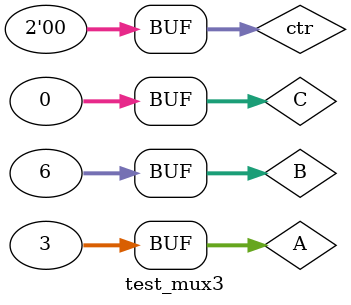
<source format=v>
module test_mux3();
   reg [31:0] A,B,C;
   reg [1:0] ctr;
   wire [31:0] Result;
  
   mux3 #(.WIDTH(32)) mux3(ctr,A,B,C,Result);
   initial
   begin
   A = 32'b1;
   B = 32'b10;
   C = 32'b100;
   ctr = 2'b1;
   #10 A = 32'b11;
    B = 32'b110;
    C = 32'b0;
   ctr = 2'b0;
   end
   
endmodule


</source>
